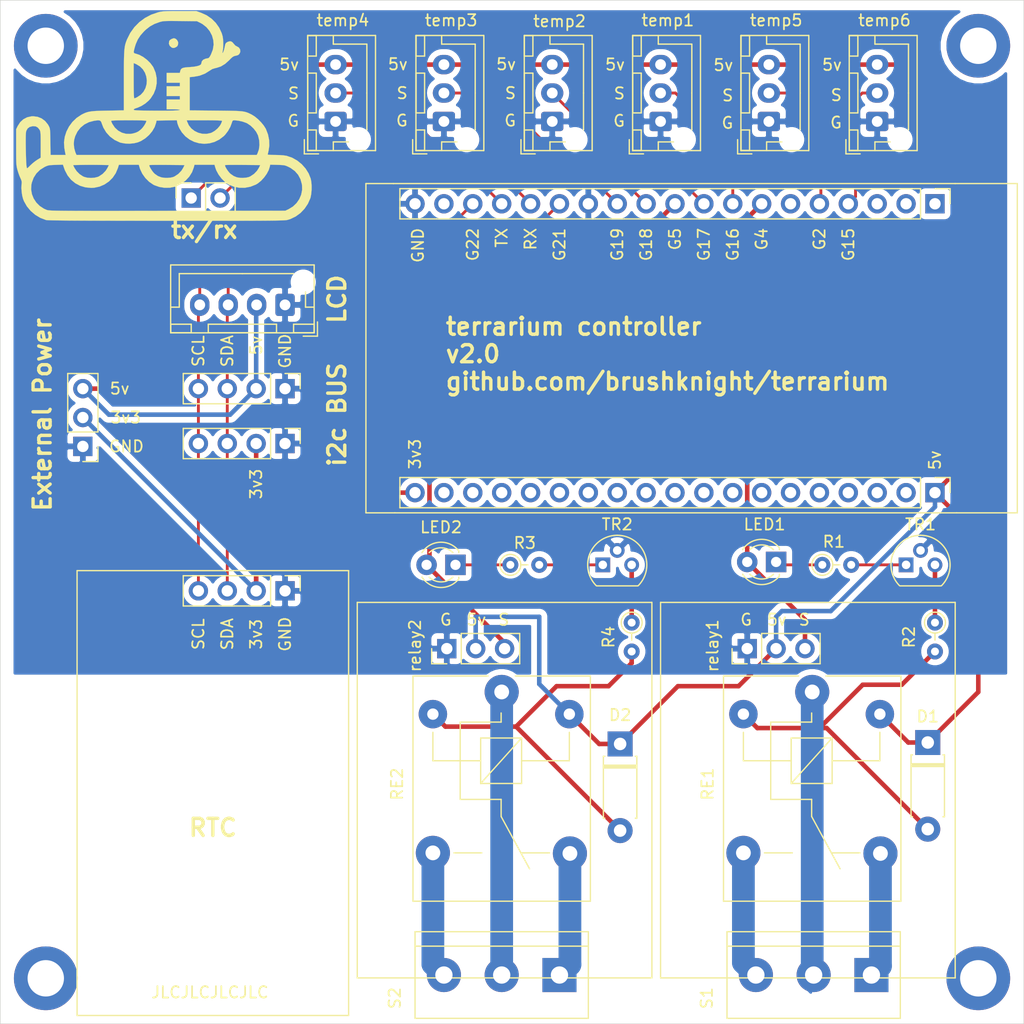
<source format=kicad_pcb>
(kicad_pcb (version 20171130) (host pcbnew 5.1.10-88a1d61d58~90~ubuntu21.04.1)
  (layers (0 F.Cu signal) (31 B.Cu signal) (34 B.Paste user) (35 F.Paste user) (36 B.SilkS user) (37 F.SilkS user) (38 B.Mask user) (39 F.Mask user) (44 Edge.Cuts user))
  (net 0 "")
  (net 1 GND)
  (net 2 "Net-(esp32-left1-Pad18)")
  (net 3 SCL)
  (net 4 SDA)
  (net 5 G19)
  (net 6 G18)
  (net 7 G5)
  (net 8 G17)
  (net 9 G16)
  (net 10 G4)
  (net 11 "Net-(esp32-left1-Pad6)")
  (net 12 "Net-(esp32-left1-Pad3)")
  (net 13 "Net-(esp32-left1-Pad2)")
  (net 14 "Net-(esp32-left1-Pad1)")
  (net 15 "Net-(esp32-right1-Pad18)")
  (net 16 "Net-(esp32-right1-Pad17)")
  (net 17 "Net-(esp32-right1-Pad16)")
  (net 18 "Net-(esp32-right1-Pad15)")
  (net 19 "Net-(esp32-right1-Pad14)")
  (net 20 "Net-(esp32-right1-Pad13)")
  (net 21 "Net-(esp32-right1-Pad12)")
  (net 22 "Net-(esp32-right1-Pad11)")
  (net 23 "Net-(esp32-right1-Pad10)")
  (net 24 "Net-(esp32-right1-Pad9)")
  (net 25 "Net-(esp32-right1-Pad8)")
  (net 26 "Net-(esp32-right1-Pad7)")
  (net 27 "Net-(esp32-right1-Pad6)")
  (net 28 "Net-(esp32-right1-Pad5)")
  (net 29 "Net-(esp32-right1-Pad4)")
  (net 30 "Net-(esp32-right1-Pad3)")
  (net 31 "Net-(esp32-right1-Pad2)")
  (net 32 TX)
  (net 33 RX)
  (net 34 +3V3)
  (net 35 +5V)
  (net 36 "Net-(D1-Pad2)")
  (net 37 "Net-(D2-Pad2)")
  (net 38 G2)
  (net 39 G15)
  (net 40 "Net-(RE1-Pad1)")
  (net 41 "Net-(RE1-Pad4)")
  (net 42 "Net-(RE1-Pad3)")
  (net 43 "Net-(RE2-Pad1)")
  (net 44 "Net-(RE2-Pad4)")
  (net 45 "Net-(RE2-Pad3)")
  (net 46 "Net-(LED1-Pad1)")
  (net 47 "Net-(LED2-Pad1)")
  (net 48 "Net-(R1-Pad2)")
  (net 49 "Net-(R3-Pad2)")
  (net 50 "Net-(R2-Pad1)")
  (net 51 "Net-(R4-Pad1)")
  (module MountingHole:MountingHole_3.2mm_M3_DIN965_Pad (layer F.Cu) (at 127 109)
    (fp_text reference H4 hide)
    (fp_text value MountingHole hide)
    (pad 1 thru_hole circle (at 0 0) (size 5.6 5.6) (drill 3.2) (layers *.Cu *.Mask))
  )
  (module MountingHole:MountingHole_3.2mm_M3_DIN965_Pad (layer F.Cu) (at 45 27)
    (fp_text reference H2 hide)
    (fp_text value MountingHole hide)
    (pad 1 thru_hole circle (at 0 0) (size 5.6 5.6) (drill 3.2) (layers *.Cu *.Mask))
  )
  (module MountingHole:MountingHole_3.2mm_M3_DIN965_Pad (layer F.Cu) (at 45 109)
    (fp_text reference H3 hide)
    (fp_text value MountingHole hide)
    (pad 1 thru_hole circle (at 0 0) (size 5.6 5.6) (drill 3.2) (layers *.Cu *.Mask))
  )
  (module MountingHole:MountingHole_3.2mm_M3_DIN965_Pad (layer F.Cu) (at 127 27)
    (fp_text reference H1 hide)
    (fp_text value MountingHole hide)
    (pad 1 thru_hole circle (at 0 0) (size 5.6 5.6) (drill 3.2) (layers *.Cu *.Mask))
  )
  (module Relay_THT:Relay_SPDT_SANYOU_SRD_Series_Form_C (layer F.Cu) (at 112.395 83.82 270)
    (fp_text reference RE1 (at 8.1 9.2 90) (layer F.SilkS))
    (fp_text value SANYOU_SRD_Form_C hide)
    (pad 1 thru_hole circle (at 0 0) (size 3 3) (drill 1.3) (layers *.Cu *.Mask) (net 40 "Net-(RE1-Pad1)"))
    (pad 5 thru_hole circle (at 1.95 -5.95) (size 2.5 2.5) (drill 1) (layers *.Cu *.Mask) (net 35 +5V))
    (pad 4 thru_hole circle (at 14.2 -6) (size 3 3) (drill 1.3) (layers *.Cu *.Mask) (net 41 "Net-(RE1-Pad4)"))
    (pad 3 thru_hole circle (at 14.15 6.05) (size 3 3) (drill 1.3) (layers *.Cu *.Mask) (net 42 "Net-(RE1-Pad3)"))
    (pad 2 thru_hole circle (at 1.95 6.05) (size 2.5 2.5) (drill 1) (layers *.Cu *.Mask) (net 36 "Net-(D1-Pad2)"))
  )
  (module Package_TO_SOT_THT:TO-92 (layer F.Cu) (at 93.98 72.644)
    (fp_text reference TR2 (at 1.27 -3.56) (layer F.SilkS))
    (fp_text value MMBT3904 hide)
    (pad 1 thru_hole rect (at 0 0) (size 1.3 1.3) (drill 0.75) (layers *.Cu *.Mask) (net 49 "Net-(R3-Pad2)"))
    (pad 3 thru_hole circle (at 2.54 0) (size 1.3 1.3) (drill 0.75) (layers *.Cu *.Mask) (net 51 "Net-(R4-Pad1)"))
    (pad 2 thru_hole circle (at 1.27 -1.27) (size 1.3 1.3) (drill 0.75) (layers *.Cu *.Mask) (net 1 GND))
  )
  (module Package_TO_SOT_THT:TO-92 (layer F.Cu) (at 120.65 72.644)
    (fp_text reference TR1 (at 1.27 -3.556) (layer F.SilkS))
    (fp_text value MMBT3904 hide)
    (pad 1 thru_hole rect (at 0 0) (size 1.3 1.3) (drill 0.75) (layers *.Cu *.Mask) (net 48 "Net-(R1-Pad2)"))
    (pad 3 thru_hole circle (at 2.54 0) (size 1.3 1.3) (drill 0.75) (layers *.Cu *.Mask) (net 50 "Net-(R2-Pad1)"))
    (pad 2 thru_hole circle (at 1.27 -1.27) (size 1.3 1.3) (drill 0.75) (layers *.Cu *.Mask) (net 1 GND))
  )
  (module TerminalBlock:TerminalBlock_bornier-3_P5.08mm (layer F.Cu) (at 90.17 108.712 180)
    (fp_text reference S2 (at 14.478 -2.032 90) (layer F.SilkS))
    (fp_text value Screw_Terminal_01x03 hide)
    (pad 3 thru_hole circle (at 10.16 0 180) (size 3 3) (drill 1.52) (layers *.Cu *.Mask) (net 45 "Net-(RE2-Pad3)"))
    (pad 2 thru_hole circle (at 5.08 0 180) (size 3 3) (drill 1.52) (layers *.Cu *.Mask) (net 43 "Net-(RE2-Pad1)"))
    (pad 1 thru_hole rect (at 0 0 180) (size 3 3) (drill 1.52) (layers *.Cu *.Mask) (net 44 "Net-(RE2-Pad4)"))
  )
  (module TerminalBlock:TerminalBlock_bornier-3_P5.08mm (layer F.Cu) (at 117.602 108.712 180)
    (fp_text reference S1 (at 14.478 -2.032 90) (layer F.SilkS))
    (fp_text value Screw_Terminal_01x03 hide)
    (pad 3 thru_hole circle (at 10.16 0 180) (size 3 3) (drill 1.52) (layers *.Cu *.Mask) (net 42 "Net-(RE1-Pad3)"))
    (pad 2 thru_hole circle (at 5.08 0 180) (size 3 3) (drill 1.52) (layers *.Cu *.Mask) (net 40 "Net-(RE1-Pad1)"))
    (pad 1 thru_hole rect (at 0 0 180) (size 3 3) (drill 1.52) (layers *.Cu *.Mask) (net 41 "Net-(RE1-Pad4)"))
  )
  (module Relay_THT:Relay_SPDT_SANYOU_SRD_Series_Form_C (layer F.Cu) (at 85.09 83.82 270)
    (fp_text reference RE2 (at 8.1 9.2 90) (layer F.SilkS))
    (fp_text value SANYOU_SRD_Form_C hide)
    (pad 1 thru_hole circle (at 0 0) (size 3 3) (drill 1.3) (layers *.Cu *.Mask) (net 43 "Net-(RE2-Pad1)"))
    (pad 5 thru_hole circle (at 1.95 -5.95) (size 2.5 2.5) (drill 1) (layers *.Cu *.Mask) (net 35 +5V))
    (pad 4 thru_hole circle (at 14.2 -6) (size 3 3) (drill 1.3) (layers *.Cu *.Mask) (net 44 "Net-(RE2-Pad4)"))
    (pad 3 thru_hole circle (at 14.15 6.05) (size 3 3) (drill 1.3) (layers *.Cu *.Mask) (net 45 "Net-(RE2-Pad3)"))
    (pad 2 thru_hole circle (at 1.95 6.05) (size 2.5 2.5) (drill 1) (layers *.Cu *.Mask) (net 37 "Net-(D2-Pad2)"))
  )
  (module Resistor_THT:R_Axial_DIN0204_L3.6mm_D1.6mm_P2.54mm_Vertical (layer F.Cu) (at 96.52 77.724 270)
    (fp_text reference R4 (at 1.27 2.032 90) (layer F.SilkS))
    (fp_text value R_Small hide)
    (pad 2 thru_hole oval (at 2.54 0 270) (size 1.4 1.4) (drill 0.7) (layers *.Cu *.Mask) (net 37 "Net-(D2-Pad2)"))
    (pad 1 thru_hole circle (at 0 0 270) (size 1.4 1.4) (drill 0.7) (layers *.Cu *.Mask) (net 51 "Net-(R4-Pad1)"))
  )
  (module Resistor_THT:R_Axial_DIN0204_L3.6mm_D1.6mm_P2.54mm_Vertical (layer F.Cu) (at 85.852 72.644)
    (fp_text reference R3 (at 1.27 -1.92) (layer F.SilkS))
    (fp_text value R_Small hide)
    (pad 2 thru_hole oval (at 2.54 0) (size 1.4 1.4) (drill 0.7) (layers *.Cu *.Mask) (net 49 "Net-(R3-Pad2)"))
    (pad 1 thru_hole circle (at 0 0) (size 1.4 1.4) (drill 0.7) (layers *.Cu *.Mask) (net 47 "Net-(LED2-Pad1)"))
  )
  (module Resistor_THT:R_Axial_DIN0204_L3.6mm_D1.6mm_P2.54mm_Vertical (layer F.Cu) (at 123.19 77.724 270)
    (fp_text reference R2 (at 1.27 2.286 90) (layer F.SilkS))
    (fp_text value R_Small hide)
    (pad 2 thru_hole oval (at 2.54 0 270) (size 1.4 1.4) (drill 0.7) (layers *.Cu *.Mask) (net 36 "Net-(D1-Pad2)"))
    (pad 1 thru_hole circle (at 0 0 270) (size 1.4 1.4) (drill 0.7) (layers *.Cu *.Mask) (net 50 "Net-(R2-Pad1)"))
  )
  (module Resistor_THT:R_Axial_DIN0204_L3.6mm_D1.6mm_P2.54mm_Vertical (layer F.Cu) (at 113.284 72.644)
    (fp_text reference R1 (at 1.016 -2.032) (layer F.SilkS))
    (fp_text value R_Small hide)
    (pad 2 thru_hole oval (at 2.54 0) (size 1.4 1.4) (drill 0.7) (layers *.Cu *.Mask) (net 48 "Net-(R1-Pad2)"))
    (pad 1 thru_hole circle (at 0 0) (size 1.4 1.4) (drill 0.7) (layers *.Cu *.Mask) (net 46 "Net-(LED1-Pad1)"))
  )
  (module LED_THT:LED_D3.0mm_Clear (layer F.Cu) (at 81.026 72.644 180)
    (fp_text reference LED2 (at 1.27 3.302) (layer F.SilkS))
    (fp_text value ACTIVE hide)
    (pad 2 thru_hole circle (at 2.54 0 180) (size 1.8 1.8) (drill 0.9) (layers *.Cu *.Mask) (net 7 G5))
    (pad 1 thru_hole rect (at 0 0 180) (size 1.8 1.8) (drill 0.9) (layers *.Cu *.Mask) (net 47 "Net-(LED2-Pad1)"))
  )
  (module LED_THT:LED_D3.0mm_Clear (layer F.Cu) (at 109.22 72.39 180)
    (fp_text reference LED1 (at 1.016 3.302) (layer F.SilkS))
    (fp_text value ACTIVE hide)
    (pad 2 thru_hole circle (at 2.54 0 180) (size 1.8 1.8) (drill 0.9) (layers *.Cu *.Mask) (net 10 G4))
    (pad 1 thru_hole rect (at 0 0 180) (size 1.8 1.8) (drill 0.9) (layers *.Cu *.Mask) (net 46 "Net-(LED1-Pad1)"))
  )
  (module Diode_THT:D_DO-41_SOD81_P7.62mm_Horizontal (layer F.Cu) (at 95.504 88.392 270)
    (fp_text reference D2 (at -2.54 0 180) (layer F.SilkS))
    (fp_text value 1N47xxA hide)
    (pad 2 thru_hole oval (at 7.62 0 270) (size 2.2 2.2) (drill 1.1) (layers *.Cu *.Mask) (net 37 "Net-(D2-Pad2)"))
    (pad 1 thru_hole rect (at 0 0 270) (size 2.2 2.2) (drill 1.1) (layers *.Cu *.Mask) (net 35 +5V))
  )
  (module Diode_THT:D_DO-41_SOD81_P7.62mm_Horizontal (layer F.Cu) (at 122.555 88.265 270)
    (fp_text reference D1 (at -2.286 0 180) (layer F.SilkS))
    (fp_text value 1N47xxA hide)
    (pad 2 thru_hole oval (at 7.62 0 270) (size 2.2 2.2) (drill 1.1) (layers *.Cu *.Mask) (net 36 "Net-(D1-Pad2)"))
    (pad 1 thru_hole rect (at 0 0 270) (size 2.2 2.2) (drill 1.1) (layers *.Cu *.Mask) (net 35 +5V))
  )
  (module Connector_JST:JST_XH_B4B-XH-AM_1x04_P2.50mm_Vertical (layer F.Cu) (at 66.04 49.784 180)
    (fp_text reference i2c2 hide)
    (fp_text value LCD hide)
    (pad "" np_thru_hole circle (at -1.6 2 180) (size 1.2 1.2) (drill 1.2) (layers *.Cu *.Mask))
    (pad 4 thru_hole oval (at 7.5 0 180) (size 1.7 1.95) (drill 0.95) (layers *.Cu *.Mask) (net 3 SCL))
    (pad 3 thru_hole oval (at 5 0 180) (size 1.7 1.95) (drill 0.95) (layers *.Cu *.Mask) (net 4 SDA))
    (pad 2 thru_hole oval (at 2.5 0 180) (size 1.7 1.95) (drill 0.95) (layers *.Cu *.Mask) (net 35 +5V))
    (pad 1 thru_hole roundrect (at 0 0 180) (size 1.7 1.95) (drill 0.95) (layers *.Cu *.Mask) (roundrect_rratio 0.147059) (net 1 GND))
  )
  (module Connector_PinHeader_2.54mm:PinHeader_1x03_P2.54mm_Vertical (layer F.Cu) (at 80.264 80.01 90)
    (fp_text reference relay2 (at 0.254 -2.794 270) (layer F.SilkS))
    (fp_text value 2 hide)
    (pad 3 thru_hole oval (at 0 5.08 90) (size 1.7 1.7) (drill 1) (layers *.Cu *.Mask) (net 7 G5))
    (pad 2 thru_hole oval (at 0 2.54 90) (size 1.7 1.7) (drill 1) (layers *.Cu *.Mask) (net 35 +5V))
    (pad 1 thru_hole rect (at 0 0 90) (size 1.7 1.7) (drill 1) (layers *.Cu *.Mask) (net 1 GND))
  )
  (module Connector_JST:JST_XH_B3B-XH-AM_1x03_P2.50mm_Vertical (layer F.Cu) (at 118.11 33.655 90)
    (fp_text reference temp6 (at 8.89 0.635 180) (layer F.SilkS))
    (fp_text value 4)
    (pad "" np_thru_hole circle (at -1.6 2 90) (size 1.2 1.2) (drill 1.2) (layers *.Cu *.Mask))
    (pad 3 thru_hole oval (at 5 0 90) (size 1.7 1.95) (drill 0.95) (layers *.Cu *.Mask) (net 35 +5V))
    (pad 2 thru_hole oval (at 2.5 0 90) (size 1.7 1.95) (drill 0.95) (layers *.Cu *.Mask) (net 39 G15))
    (pad 1 thru_hole roundrect (at 0 0 90) (size 1.7 1.95) (drill 0.95) (layers *.Cu *.Mask) (roundrect_rratio 0.147059) (net 1 GND))
  )
  (module Connector_JST:JST_XH_B3B-XH-AM_1x03_P2.50mm_Vertical (layer F.Cu) (at 108.585 33.655 90)
    (fp_text reference temp5 (at 8.89 0.635 180) (layer F.SilkS))
    (fp_text value 4)
    (pad "" np_thru_hole circle (at -1.6 2 90) (size 1.2 1.2) (drill 1.2) (layers *.Cu *.Mask))
    (pad 3 thru_hole oval (at 5 0 90) (size 1.7 1.95) (drill 0.95) (layers *.Cu *.Mask) (net 35 +5V))
    (pad 2 thru_hole oval (at 2.5 0 90) (size 1.7 1.95) (drill 0.95) (layers *.Cu *.Mask) (net 38 G2))
    (pad 1 thru_hole roundrect (at 0 0 90) (size 1.7 1.95) (drill 0.95) (layers *.Cu *.Mask) (roundrect_rratio 0.147059) (net 1 GND))
  )
  (module Connector_JST:JST_XH_B3B-XH-AM_1x03_P2.50mm_Vertical (layer F.Cu) (at 70.485 33.655 90)
    (fp_text reference temp4 (at 8.89 0.635 180) (layer F.SilkS))
    (fp_text value 4)
    (pad "" np_thru_hole circle (at -1.6 2 90) (size 1.2 1.2) (drill 1.2) (layers *.Cu *.Mask))
    (pad 3 thru_hole oval (at 5 0 90) (size 1.7 1.95) (drill 0.95) (layers *.Cu *.Mask) (net 35 +5V))
    (pad 2 thru_hole oval (at 2.5 0 90) (size 1.7 1.95) (drill 0.95) (layers *.Cu *.Mask) (net 5 G19))
    (pad 1 thru_hole roundrect (at 0 0 90) (size 1.7 1.95) (drill 0.95) (layers *.Cu *.Mask) (roundrect_rratio 0.147059) (net 1 GND))
  )
  (module Connector_JST:JST_XH_B3B-XH-AM_1x03_P2.50mm_Vertical (layer F.Cu) (at 80.01 33.655 90)
    (fp_text reference temp3 (at 8.89 0.635 180) (layer F.SilkS))
    (fp_text value 3)
    (pad "" np_thru_hole circle (at -1.6 2 90) (size 1.2 1.2) (drill 1.2) (layers *.Cu *.Mask))
    (pad 3 thru_hole oval (at 5 0 90) (size 1.7 1.95) (drill 0.95) (layers *.Cu *.Mask) (net 35 +5V))
    (pad 2 thru_hole oval (at 2.5 0 90) (size 1.7 1.95) (drill 0.95) (layers *.Cu *.Mask) (net 6 G18))
    (pad 1 thru_hole roundrect (at 0 0 90) (size 1.7 1.95) (drill 0.95) (layers *.Cu *.Mask) (roundrect_rratio 0.147059) (net 1 GND))
  )
  (module Connector_JST:JST_XH_B3B-XH-AM_1x03_P2.50mm_Vertical (layer F.Cu) (at 89.535 33.655 90)
    (fp_text reference temp2 (at 8.81 0.635 180) (layer F.SilkS))
    (fp_text value 2)
    (pad "" np_thru_hole circle (at -1.6 2 90) (size 1.2 1.2) (drill 1.2) (layers *.Cu *.Mask))
    (pad 3 thru_hole oval (at 5 0 90) (size 1.7 1.95) (drill 0.95) (layers *.Cu *.Mask) (net 35 +5V))
    (pad 2 thru_hole oval (at 2.5 0 90) (size 1.7 1.95) (drill 0.95) (layers *.Cu *.Mask) (net 8 G17))
    (pad 1 thru_hole roundrect (at 0 0 90) (size 1.7 1.95) (drill 0.95) (layers *.Cu *.Mask) (roundrect_rratio 0.147059) (net 1 GND))
  )
  (module Connector_JST:JST_XH_B3B-XH-AM_1x03_P2.50mm_Vertical (layer F.Cu) (at 99.06 33.655 90)
    (fp_text reference temp1 (at 8.89 0.635 180) (layer F.SilkS))
    (fp_text value 1)
    (pad "" np_thru_hole circle (at -1.6 2 90) (size 1.2 1.2) (drill 1.2) (layers *.Cu *.Mask))
    (pad 3 thru_hole oval (at 5 0 90) (size 1.7 1.95) (drill 0.95) (layers *.Cu *.Mask) (net 35 +5V))
    (pad 2 thru_hole oval (at 2.5 0 90) (size 1.7 1.95) (drill 0.95) (layers *.Cu *.Mask) (net 9 G16))
    (pad 1 thru_hole roundrect (at 0 0 90) (size 1.7 1.95) (drill 0.95) (layers *.Cu *.Mask) (roundrect_rratio 0.147059) (net 1 GND))
  )
  (module Connector_PinHeader_2.54mm:PinHeader_1x19_P2.54mm_Vertical (layer F.Cu) (at 123.19 40.894 270)
    (fp_text reference esp32-left1 hide)
    (fp_text value Conn_01x19_MountingPin hide)
    (pad 19 thru_hole oval (at 0 45.72 270) (size 1.7 1.7) (drill 1) (layers *.Cu *.Mask) (net 1 GND))
    (pad 18 thru_hole oval (at 0 43.18 270) (size 1.7 1.7) (drill 1) (layers *.Cu *.Mask) (net 2 "Net-(esp32-left1-Pad18)"))
    (pad 17 thru_hole oval (at 0 40.64 270) (size 1.7 1.7) (drill 1) (layers *.Cu *.Mask) (net 3 SCL))
    (pad 16 thru_hole oval (at 0 38.1 270) (size 1.7 1.7) (drill 1) (layers *.Cu *.Mask) (net 32 TX))
    (pad 15 thru_hole oval (at 0 35.56 270) (size 1.7 1.7) (drill 1) (layers *.Cu *.Mask) (net 33 RX))
    (pad 14 thru_hole oval (at 0 33.02 270) (size 1.7 1.7) (drill 1) (layers *.Cu *.Mask) (net 4 SDA))
    (pad 13 thru_hole oval (at 0 30.48 270) (size 1.7 1.7) (drill 1) (layers *.Cu *.Mask) (net 1 GND))
    (pad 12 thru_hole oval (at 0 27.94 270) (size 1.7 1.7) (drill 1) (layers *.Cu *.Mask) (net 5 G19))
    (pad 11 thru_hole oval (at 0 25.4 270) (size 1.7 1.7) (drill 1) (layers *.Cu *.Mask) (net 6 G18))
    (pad 10 thru_hole oval (at 0 22.86 270) (size 1.7 1.7) (drill 1) (layers *.Cu *.Mask) (net 7 G5))
    (pad 9 thru_hole oval (at 0 20.32 270) (size 1.7 1.7) (drill 1) (layers *.Cu *.Mask) (net 8 G17))
    (pad 8 thru_hole oval (at 0 17.78 270) (size 1.7 1.7) (drill 1) (layers *.Cu *.Mask) (net 9 G16))
    (pad 7 thru_hole oval (at 0 15.24 270) (size 1.7 1.7) (drill 1) (layers *.Cu *.Mask) (net 10 G4))
    (pad 6 thru_hole oval (at 0 12.7 270) (size 1.7 1.7) (drill 1) (layers *.Cu *.Mask) (net 11 "Net-(esp32-left1-Pad6)"))
    (pad 5 thru_hole oval (at 0 10.16 270) (size 1.7 1.7) (drill 1) (layers *.Cu *.Mask) (net 38 G2))
    (pad 4 thru_hole oval (at 0 7.62 270) (size 1.7 1.7) (drill 1) (layers *.Cu *.Mask) (net 39 G15))
    (pad 3 thru_hole oval (at 0 5.08 270) (size 1.7 1.7) (drill 1) (layers *.Cu *.Mask) (net 12 "Net-(esp32-left1-Pad3)"))
    (pad 2 thru_hole oval (at 0 2.54 270) (size 1.7 1.7) (drill 1) (layers *.Cu *.Mask) (net 13 "Net-(esp32-left1-Pad2)"))
    (pad 1 thru_hole rect (at 0 0 270) (size 1.7 1.7) (drill 1) (layers *.Cu *.Mask) (net 14 "Net-(esp32-left1-Pad1)"))
  )
  (module Connector_PinHeader_2.54mm:PinHeader_1x03_P2.54mm_Vertical (layer F.Cu) (at 106.68 80.01 90)
    (fp_text reference relay1 (at 0.254 -3.048 270) (layer F.SilkS))
    (fp_text value 1 hide)
    (pad 1 thru_hole rect (at 0 0 90) (size 1.7 1.7) (drill 1) (layers *.Cu *.Mask) (net 1 GND))
    (pad 2 thru_hole oval (at 0 2.54 90) (size 1.7 1.7) (drill 1) (layers *.Cu *.Mask) (net 35 +5V))
    (pad 3 thru_hole oval (at 0 5.08 90) (size 1.7 1.7) (drill 1) (layers *.Cu *.Mask) (net 10 G4))
  )
  (module logo_fp:snake_logo (layer F.Cu) (at 55.372 33.147)
    (fp_text reference G*** hide)
    (fp_text value LOGO hide)
  )
  (module Connector_PinHeader_2.54mm:PinHeader_1x04_P2.54mm_Vertical (layer F.Cu) (at 66.04 61.976 270)
    (fp_text reference i2c4 hide)
    (fp_text value Extra_3v3 hide)
    (pad 4 thru_hole oval (at 0 7.62 270) (size 1.7 1.7) (drill 1) (layers *.Cu *.Mask) (net 3 SCL))
    (pad 3 thru_hole oval (at 0 5.08 270) (size 1.7 1.7) (drill 1) (layers *.Cu *.Mask) (net 4 SDA))
    (pad 2 thru_hole oval (at 0 2.54 270) (size 1.7 1.7) (drill 1) (layers *.Cu *.Mask) (net 34 +3V3))
    (pad 1 thru_hole rect (at 0 0 270) (size 1.7 1.7) (drill 1) (layers *.Cu *.Mask) (net 1 GND))
  )
  (module Connector_PinSocket_2.54mm:PinSocket_1x02_P2.54mm_Vertical (layer F.Cu) (at 57.785 40.386 90)
    (fp_text reference rxtx1 hide)
    (fp_text value Conn_01x02 hide)
    (pad 2 thru_hole oval (at 0 2.54 90) (size 1.7 1.7) (drill 1) (layers *.Cu *.Mask) (net 32 TX))
    (pad 1 thru_hole rect (at 0 0 90) (size 1.7 1.7) (drill 1) (layers *.Cu *.Mask) (net 33 RX))
  )
  (module Connector_PinHeader_2.54mm:PinHeader_1x04_P2.54mm_Vertical (layer F.Cu) (at 66.04 57.15 270)
    (fp_text reference i2c3 hide)
    (fp_text value Extra_5v hide)
    (pad 4 thru_hole oval (at 0 7.62 270) (size 1.7 1.7) (drill 1) (layers *.Cu *.Mask) (net 3 SCL))
    (pad 3 thru_hole oval (at 0 5.08 270) (size 1.7 1.7) (drill 1) (layers *.Cu *.Mask) (net 4 SDA))
    (pad 2 thru_hole oval (at 0 2.54 270) (size 1.7 1.7) (drill 1) (layers *.Cu *.Mask) (net 35 +5V))
    (pad 1 thru_hole rect (at 0 0 270) (size 1.7 1.7) (drill 1) (layers *.Cu *.Mask) (net 1 GND))
  )
  (module Connector_PinHeader_2.54mm:PinHeader_1x03_P2.54mm_Vertical (layer F.Cu) (at 48.26 62.23 180)
    (fp_text reference ExternalPower1 hide)
    (fp_text value Conn_01x03 hide)
    (pad 3 thru_hole oval (at 0 5.08 180) (size 1.7 1.7) (drill 1) (layers *.Cu *.Mask) (net 35 +5V))
    (pad 2 thru_hole oval (at 0 2.54 180) (size 1.7 1.7) (drill 1) (layers *.Cu *.Mask) (net 34 +3V3))
    (pad 1 thru_hole rect (at 0 0 180) (size 1.7 1.7) (drill 1) (layers *.Cu *.Mask) (net 1 GND))
  )
  (module Connector_PinHeader_2.54mm:PinHeader_1x04_P2.54mm_Vertical (layer F.Cu) (at 66.04 74.93 270)
    (fp_text reference i2c1 hide)
    (fp_text value RTC hide)
    (pad 4 thru_hole oval (at 0 7.62 270) (size 1.7 1.7) (drill 1) (layers *.Cu *.Mask) (net 3 SCL))
    (pad 3 thru_hole oval (at 0 5.08 270) (size 1.7 1.7) (drill 1) (layers *.Cu *.Mask) (net 4 SDA))
    (pad 2 thru_hole oval (at 0 2.54 270) (size 1.7 1.7) (drill 1) (layers *.Cu *.Mask) (net 34 +3V3))
    (pad 1 thru_hole rect (at 0 0 270) (size 1.7 1.7) (drill 1) (layers *.Cu *.Mask) (net 1 GND))
  )
  (module Connector_PinHeader_2.54mm:PinHeader_1x19_P2.54mm_Vertical (layer F.Cu) (at 123.19 66.294 270)
    (fp_text reference esp32-right1 hide)
    (fp_text value Conn_01x19_MountingPin hide)
    (pad 19 thru_hole oval (at 0 45.72 270) (size 1.7 1.7) (drill 1) (layers *.Cu *.Mask) (net 34 +3V3))
    (pad 18 thru_hole oval (at 0 43.18 270) (size 1.7 1.7) (drill 1) (layers *.Cu *.Mask) (net 15 "Net-(esp32-right1-Pad18)"))
    (pad 17 thru_hole oval (at 0 40.64 270) (size 1.7 1.7) (drill 1) (layers *.Cu *.Mask) (net 16 "Net-(esp32-right1-Pad17)"))
    (pad 16 thru_hole oval (at 0 38.1 270) (size 1.7 1.7) (drill 1) (layers *.Cu *.Mask) (net 17 "Net-(esp32-right1-Pad16)"))
    (pad 15 thru_hole oval (at 0 35.56 270) (size 1.7 1.7) (drill 1) (layers *.Cu *.Mask) (net 18 "Net-(esp32-right1-Pad15)"))
    (pad 14 thru_hole oval (at 0 33.02 270) (size 1.7 1.7) (drill 1) (layers *.Cu *.Mask) (net 19 "Net-(esp32-right1-Pad14)"))
    (pad 13 thru_hole oval (at 0 30.48 270) (size 1.7 1.7) (drill 1) (layers *.Cu *.Mask) (net 20 "Net-(esp32-right1-Pad13)"))
    (pad 12 thru_hole oval (at 0 27.94 270) (size 1.7 1.7) (drill 1) (layers *.Cu *.Mask) (net 21 "Net-(esp32-right1-Pad12)"))
    (pad 11 thru_hole oval (at 0 25.4 270) (size 1.7 1.7) (drill 1) (layers *.Cu *.Mask) (net 22 "Net-(esp32-right1-Pad11)"))
    (pad 10 thru_hole oval (at 0 22.86 270) (size 1.7 1.7) (drill 1) (layers *.Cu *.Mask) (net 23 "Net-(esp32-right1-Pad10)"))
    (pad 9 thru_hole oval (at 0 20.32 270) (size 1.7 1.7) (drill 1) (layers *.Cu *.Mask) (net 24 "Net-(esp32-right1-Pad9)"))
    (pad 8 thru_hole oval (at 0 17.78 270) (size 1.7 1.7) (drill 1) (layers *.Cu *.Mask) (net 25 "Net-(esp32-right1-Pad8)"))
    (pad 7 thru_hole oval (at 0 15.24 270) (size 1.7 1.7) (drill 1) (layers *.Cu *.Mask) (net 26 "Net-(esp32-right1-Pad7)"))
    (pad 6 thru_hole oval (at 0 12.7 270) (size 1.7 1.7) (drill 1) (layers *.Cu *.Mask) (net 27 "Net-(esp32-right1-Pad6)"))
    (pad 5 thru_hole oval (at 0 10.16 270) (size 1.7 1.7) (drill 1) (layers *.Cu *.Mask) (net 28 "Net-(esp32-right1-Pad5)"))
    (pad 4 thru_hole oval (at 0 7.62 270) (size 1.7 1.7) (drill 1) (layers *.Cu *.Mask) (net 29 "Net-(esp32-right1-Pad4)"))
    (pad 3 thru_hole oval (at 0 5.08 270) (size 1.7 1.7) (drill 1) (layers *.Cu *.Mask) (net 30 "Net-(esp32-right1-Pad3)"))
    (pad 2 thru_hole oval (at 0 2.54 270) (size 1.7 1.7) (drill 1) (layers *.Cu *.Mask) (net 31 "Net-(esp32-right1-Pad2)"))
    (pad 1 thru_hole rect (at 0 0 270) (size 1.7 1.7) (drill 1) (layers *.Cu *.Mask) (net 35 +5V))
  )
  (gr_line (start 130.429 39.116) (end 124.968 39.116) (layer F.SilkS) (width 0.12))
  (gr_line (start 130.429 68.072) (end 125.095 68.072) (layer F.SilkS) (width 0.12))
  (gr_line (start 75.692 68.072) (end 73.152 68.072) (layer F.SilkS) (width 0.12))
  (gr_line (start 75.565 39.116) (end 73.152 39.116) (layer F.SilkS) (width 0.12))
  (gr_line (start 75.565 39.116) (end 124.968 39.116) (layer F.SilkS) (width 0.12))
  (gr_line (start 73.152 68.072) (end 73.152 39.116) (layer F.SilkS) (width 0.12))
  (gr_line (start 125.095 68.072) (end 75.692 68.072) (layer F.SilkS) (width 0.12))
  (gr_line (start 130.429 39.116) (end 130.429 68.072) (layer F.SilkS) (width 0.12))
  (gr_text G (at 67.3608 33.6042) (layer F.SilkS) (effects (font (size 1 1)) (justify right)))
  (gr_text 5v (at 67.3608 28.6512) (layer F.SilkS) (effects (font (size 1 1)) (justify right)))
  (gr_text S (at 67.3608 31.1912) (layer F.SilkS) (effects (font (size 1 1)) (justify right)))
  (gr_text G (at 76.9112 33.5788) (layer F.SilkS) (effects (font (size 1 1)) (justify right)))
  (gr_text 5v (at 76.9112 28.6258) (layer F.SilkS) (effects (font (size 1 1)) (justify right)))
  (gr_text S (at 76.9112 31.1658) (layer F.SilkS) (effects (font (size 1 1)) (justify right)))
  (gr_text G (at 86.4362 33.5788) (layer F.SilkS) (effects (font (size 1 1)) (justify right)))
  (gr_text 5v (at 86.4362 28.6258) (layer F.SilkS) (effects (font (size 1 1)) (justify right)))
  (gr_text S (at 86.4362 31.1658) (layer F.SilkS) (effects (font (size 1 1)) (justify right)))
  (gr_line (start 124.968 75.946) (end 99.06 75.946) (layer F.SilkS) (width 0.12))
  (gr_text G2 (at 113.03 42.926 90) (layer F.SilkS) (effects (font (size 1 1)) (justify right)))
  (gr_text G15 (at 115.57 42.926 90) (layer F.SilkS) (effects (font (size 1 1)) (justify right)))
  (gr_text G (at 80.772 77.47) (layer F.SilkS) (effects (font (size 1 1)) (justify right)))
  (gr_text 5v (at 83.82 77.47) (layer F.SilkS) (effects (font (size 1 1)) (justify right)))
  (gr_text S (at 85.852 77.47) (layer F.SilkS) (effects (font (size 1 1)) (justify right)))
  (gr_text "terrarium controller\nv2.0\ngithub.com/brushknight/terrarium" (at 80.01 54.102) (layer F.SilkS) (effects (font (size 1.5 1.5) (thickness 0.3)) (justify left)))
  (gr_text S (at 96.012 31.1912) (layer F.SilkS) (effects (font (size 1 1)) (justify right)))
  (gr_text 5v (at 115.0874 28.6766) (layer F.SilkS) (effects (font (size 1 1)) (justify right)))
  (gr_text S (at 115.0874 31.3436) (layer F.SilkS) (effects (font (size 1 1)) (justify right)))
  (gr_text 5v (at 105.537 28.702) (layer F.SilkS) (effects (font (size 1 1)) (justify right)))
  (gr_text S (at 105.537 31.369) (layer F.SilkS) (effects (font (size 1 1)) (justify right)))
  (gr_text 5v (at 96.012 28.6512) (layer F.SilkS) (effects (font (size 1 1)) (justify right)))
  (gr_text G (at 115.0874 33.7566) (layer F.SilkS) (effects (font (size 1 1)) (justify right)))
  (gr_text G (at 105.537 33.782) (layer F.SilkS) (effects (font (size 1 1)) (justify right)))
  (gr_text G (at 96.012 33.6042) (layer F.SilkS) (effects (font (size 1 1)) (justify right)))
  (gr_text JLCJLCJLCJLC (at 59.436 110.236) (layer F.SilkS) (effects (font (size 1 1))))
  (gr_line (start 131 23) (end 41 23) (layer Edge.Cuts) (width 0.05))
  (gr_line (start 131 113) (end 131 23) (layer Edge.Cuts) (width 0.05))
  (gr_line (start 41 113) (end 131 113) (layer Edge.Cuts) (width 0.05))
  (gr_line (start 41 23) (end 41 113) (layer Edge.Cuts) (width 0.05))
  (gr_text "External Power" (at 44.704 59.436 90) (layer F.SilkS) (effects (font (size 1.5 1.5) (thickness 0.3))))
  (gr_text 3v3 (at 63.5 65.532 90) (layer F.SilkS) (effects (font (size 1 1))))
  (gr_text G4 (at 107.95 42.926 90) (layer F.SilkS) (effects (font (size 1 1)) (justify right)))
  (gr_text G5 (at 100.33 42.926 90) (layer F.SilkS) (effects (font (size 1 1)) (justify right)))
  (gr_text RX (at 87.63 42.926 90) (layer F.SilkS) (effects (font (size 1 1)) (justify right)))
  (gr_text TX (at 85.09 42.926 90) (layer F.SilkS) (effects (font (size 1 1)) (justify right)))
  (gr_text tx/rx (at 58.928 43.18) (layer F.SilkS) (effects (font (size 1.5 1.5) (thickness 0.3))))
  (gr_text "i2c BUS" (at 70.612 59.436 90) (layer F.SilkS) (effects (font (size 1.5 1.5) (thickness 0.3))))
  (gr_line (start 72.39 75.946) (end 72.39 108.966) (layer F.SilkS) (width 0.12))
  (gr_line (start 72.39 108.966) (end 98.298 108.966) (layer F.SilkS) (width 0.12))
  (gr_line (start 98.298 108.966) (end 98.298 75.946) (layer F.SilkS) (width 0.12))
  (gr_line (start 98.298 75.946) (end 72.39 75.946) (layer F.SilkS) (width 0.12))
  (gr_text 3v3 (at 77.47 61.468 90) (layer F.SilkS) (effects (font (size 1 1)) (justify right)))
  (gr_text SDA (at 60.96 53.848 90) (layer F.SilkS) (effects (font (size 1 1))))
  (gr_text SCL (at 58.42 53.848 90) (layer F.SilkS) (effects (font (size 1 1))))
  (gr_text GND (at 66.04 53.848 90) (layer F.SilkS) (effects (font (size 1 1))))
  (gr_text 5v (at 63.5 53.34 90) (layer F.SilkS) (effects (font (size 1 1))))
  (gr_text G16 (at 105.41 42.926 90) (layer F.SilkS) (effects (font (size 1 1)) (justify right)))
  (gr_text G17 (at 102.87 42.926 90) (layer F.SilkS) (effects (font (size 1 1)) (justify right)))
  (gr_text G18 (at 97.79 42.926 90) (layer F.SilkS) (effects (font (size 1 1)) (justify right)))
  (gr_text G19 (at 95.25 42.926 90) (layer F.SilkS) (effects (font (size 1 1)) (justify right)))
  (gr_text G21 (at 90.17 42.926 90) (layer F.SilkS) (effects (font (size 1 1)) (justify right)))
  (gr_text G22 (at 82.55 42.926 90) (layer F.SilkS) (effects (font (size 1 1)) (justify right)))
  (gr_text GND (at 77.724 42.926 90) (layer F.SilkS) (effects (font (size 1 1)) (justify right)))
  (gr_text 5v (at 123.19 62.484 90) (layer F.SilkS) (effects (font (size 1 1)) (justify right)))
  (gr_text S (at 112.268 77.47) (layer F.SilkS) (effects (font (size 1 1)) (justify right)))
  (gr_text 5v (at 110.236 77.47) (layer F.SilkS) (effects (font (size 1 1)) (justify right)))
  (gr_text G (at 107.188 77.47) (layer F.SilkS) (effects (font (size 1 1)) (justify right)))
  (gr_text SDA (at 60.96 78.74 90) (layer F.SilkS) (effects (font (size 1 1))))
  (gr_text 3v3 (at 63.5 78.74 90) (layer F.SilkS) (effects (font (size 1 1))))
  (gr_text GND (at 66.04 78.74 90) (layer F.SilkS) (effects (font (size 1 1))))
  (gr_text SCL (at 58.42 78.74 90) (layer F.SilkS) (effects (font (size 1 1))))
  (gr_text "GND\n" (at 53.721 62.23) (layer F.SilkS) (effects (font (size 1 1)) (justify right)))
  (gr_text 3v3 (at 53.467 59.69) (layer F.SilkS) (effects (font (size 1 1)) (justify right)))
  (gr_text 5v (at 52.451 57.15) (layer F.SilkS) (effects (font (size 1 1)) (justify right)))
  (gr_text LCD (at 70.612 49.276 90) (layer F.SilkS) (effects (font (size 1.5 1.5) (thickness 0.3))))
  (gr_text RTC (at 59.69 95.758) (layer F.SilkS) (effects (font (size 1.5 1.5) (thickness 0.3))))
  (gr_line (start 71.628 73.152) (end 71.628 112.268) (layer F.SilkS) (width 0.12))
  (gr_line (start 47.752 73.152) (end 71.628 73.152) (layer F.SilkS) (width 0.12))
  (gr_line (start 47.752 112.268) (end 47.752 73.152) (layer F.SilkS) (width 0.12))
  (gr_line (start 71.628 112.268) (end 47.752 112.268) (layer F.SilkS) (width 0.12))
  (gr_line (start 124.968 108.966) (end 124.968 75.946) (layer F.SilkS) (width 0.12))
  (gr_line (start 99.06 108.966) (end 124.968 108.966) (layer F.SilkS) (width 0.12))
  (gr_line (start 99.06 75.946) (end 99.06 108.966) (layer F.SilkS) (width 0.12))
  (segment (start 58.42 49.53) (end 58.42 57.15) (width 0.25) (layer F.Cu) (net 3))
  (segment (start 58.42 61.976) (end 58.42 57.15) (width 0.25) (layer F.Cu) (net 3))
  (segment (start 58.42 61.976) (end 58.42 74.93) (width 0.25) (layer F.Cu) (net 3))
  (segment (start 58.54 47.124) (end 58.54 49.784) (width 0.25) (layer F.Cu) (net 3))
  (segment (start 60.452 45.212) (end 58.54 47.124) (width 0.25) (layer F.Cu) (net 3))
  (segment (start 62.738 45.212) (end 62.611 45.212) (width 0.25) (layer F.Cu) (net 3))
  (segment (start 62.611 45.212) (end 60.452 45.212) (width 0.25) (layer F.Cu) (net 3))
  (segment (start 78.232 45.212) (end 82.55 40.894) (width 0.25) (layer F.Cu) (net 3))
  (segment (start 62.611 45.212) (end 78.232 45.212) (width 0.25) (layer F.Cu) (net 3))
  (segment (start 60.96 74.187524) (end 60.588762 74.558762) (width 0.25) (layer F.Cu) (net 4))
  (segment (start 60.96 61.976) (end 60.96 57.15) (width 0.25) (layer F.Cu) (net 4))
  (segment (start 60.96 57.15) (end 60.96 49.53) (width 0.25) (layer F.Cu) (net 4))
  (segment (start 60.96 74.93) (end 60.96 61.976) (width 0.25) (layer F.Cu) (net 4))
  (segment (start 61.04 48.18) (end 62.865 46.355) (width 0.25) (layer F.Cu) (net 4))
  (segment (start 61.04 49.784) (end 61.04 48.18) (width 0.25) (layer F.Cu) (net 4))
  (segment (start 84.709 46.355) (end 90.17 40.894) (width 0.25) (layer F.Cu) (net 4))
  (segment (start 62.865 46.355) (end 84.709 46.355) (width 0.25) (layer F.Cu) (net 4))
  (segment (start 91.948 37.592) (end 95.25 40.894) (width 0.25) (layer F.Cu) (net 5))
  (segment (start 81.28 37.592) (end 91.948 37.592) (width 0.25) (layer F.Cu) (net 5))
  (segment (start 74.843 31.155) (end 81.28 37.592) (width 0.25) (layer F.Cu) (net 5))
  (segment (start 70.485 31.155) (end 74.843 31.155) (width 0.25) (layer F.Cu) (net 5))
  (segment (start 93.98 37.084) (end 94.869 37.973) (width 0.25) (layer F.Cu) (net 6))
  (segment (start 90.424 37.084) (end 93.98 37.084) (width 0.25) (layer F.Cu) (net 6))
  (segment (start 84.495 31.155) (end 90.424 37.084) (width 0.25) (layer F.Cu) (net 6))
  (segment (start 94.869 37.973) (end 97.79 40.894) (width 0.25) (layer F.Cu) (net 6))
  (segment (start 80.01 31.155) (end 84.495 31.155) (width 0.25) (layer F.Cu) (net 6))
  (segment (start 100.33 40.894) (end 78.74 62.484) (width 0.4) (layer F.Cu) (net 7))
  (segment (start 78.74 72.39) (end 78.486 72.644) (width 0.4) (layer F.Cu) (net 7))
  (segment (start 78.74 62.484) (end 78.74 72.39) (width 0.4) (layer F.Cu) (net 7))
  (segment (start 85.344 79.502) (end 85.344 80.01) (width 0.4) (layer F.Cu) (net 7))
  (segment (start 78.486 72.644) (end 85.344 79.502) (width 0.4) (layer F.Cu) (net 7))
  (segment (start 89.535 31.155) (end 95.718 37.338) (width 0.25) (layer F.Cu) (net 8))
  (segment (start 99.314 37.338) (end 102.87 40.894) (width 0.25) (layer F.Cu) (net 8))
  (segment (start 95.718 37.338) (end 99.314 37.338) (width 0.25) (layer F.Cu) (net 8))
  (segment (start 99.06 31.155) (end 99.481 31.155) (width 0.25) (layer F.Cu) (net 9))
  (segment (start 99.06 31.155) (end 100.37 31.155) (width 0.25) (layer F.Cu) (net 9))
  (segment (start 105.41 36.195) (end 105.41 40.894) (width 0.25) (layer F.Cu) (net 9))
  (segment (start 100.37 31.155) (end 105.41 36.195) (width 0.25) (layer F.Cu) (net 9))
  (segment (start 106.660001 42.183999) (end 107.95 40.894) (width 0.4) (layer F.Cu) (net 10))
  (segment (start 106.68 42.203998) (end 106.660001 42.183999) (width 0.4) (layer F.Cu) (net 10))
  (segment (start 106.68 72.39) (end 106.68 42.203998) (width 0.4) (layer F.Cu) (net 10))
  (segment (start 111.76 77.47) (end 106.68 72.39) (width 0.4) (layer F.Cu) (net 10))
  (segment (start 111.76 80.01) (end 111.76 77.47) (width 0.4) (layer F.Cu) (net 10))
  (segment (start 61.595 39.116) (end 60.325 40.386) (width 0.25) (layer F.Cu) (net 32))
  (segment (start 83.312 39.116) (end 61.595 39.116) (width 0.25) (layer F.Cu) (net 32))
  (segment (start 85.09 40.894) (end 83.312 39.116) (width 0.25) (layer F.Cu) (net 32))
  (segment (start 85.401991 38.665991) (end 59.505009 38.665991) (width 0.25) (layer F.Cu) (net 33))
  (segment (start 59.505009 38.665991) (end 57.785 40.386) (width 0.25) (layer F.Cu) (net 33))
  (segment (start 87.63 40.894) (end 85.401991 38.665991) (width 0.25) (layer F.Cu) (net 33))
  (segment (start 63.5 74.93) (end 63.5 61.976) (width 0.4) (layer F.Cu) (net 34))
  (segment (start 63.5 72.39) (end 63.5 74.93) (width 0.4) (layer F.Cu) (net 34))
  (segment (start 69.596 66.294) (end 63.5 72.39) (width 0.4) (layer F.Cu) (net 34))
  (segment (start 48.26 59.69) (end 63.5 74.93) (width 0.4) (layer B.Cu) (net 34))
  (segment (start 69.596 66.294) (end 77.47 66.294) (width 0.4) (layer F.Cu) (net 34))
  (segment (start 63.5 49.53) (end 63.5 57.15) (width 0.4) (layer B.Cu) (net 35))
  (segment (start 118.11 28.655) (end 108.585 28.655) (width 0.4) (layer F.Cu) (net 35))
  (segment (start 108.585 28.655) (end 99.06 28.655) (width 0.4) (layer F.Cu) (net 35))
  (segment (start 99.06 28.655) (end 89.535 28.655) (width 0.4) (layer F.Cu) (net 35))
  (segment (start 89.535 28.655) (end 80.01 28.655) (width 0.4) (layer F.Cu) (net 35))
  (segment (start 80.01 28.655) (end 70.485 28.655) (width 0.4) (layer F.Cu) (net 35))
  (segment (start 52.07 57.15) (end 48.26 57.15) (width 0.4) (layer F.Cu) (net 35))
  (segment (start 53.34 55.88) (end 52.07 57.15) (width 0.4) (layer F.Cu) (net 35))
  (segment (start 53.34 40.64) (end 53.34 55.88) (width 0.4) (layer F.Cu) (net 35))
  (segment (start 65.325 28.655) (end 53.34 40.64) (width 0.4) (layer F.Cu) (net 35))
  (segment (start 70.485 28.655) (end 65.325 28.655) (width 0.4) (layer F.Cu) (net 35))
  (segment (start 63.5 57.15) (end 61.214 59.436) (width 0.4) (layer B.Cu) (net 35))
  (segment (start 50.546 59.436) (end 48.26 57.15) (width 0.4) (layer B.Cu) (net 35))
  (segment (start 61.214 59.436) (end 50.546 59.436) (width 0.4) (layer B.Cu) (net 35))
  (segment (start 127.508 61.976) (end 123.19 66.294) (width 0.4) (layer F.Cu) (net 35))
  (segment (start 123.19 66.294) (end 127 70.104) (width 0.4) (layer F.Cu) (net 35))
  (segment (start 127 83.82) (end 122.555 88.265) (width 0.4) (layer F.Cu) (net 35))
  (segment (start 127 70.104) (end 127 83.82) (width 0.4) (layer F.Cu) (net 35))
  (segment (start 120.84 88.265) (end 118.345 85.77) (width 0.4) (layer F.Cu) (net 35))
  (segment (start 122.555 88.265) (end 120.84 88.265) (width 0.4) (layer F.Cu) (net 35))
  (segment (start 123.19 67.544) (end 114.026 76.708) (width 0.4) (layer B.Cu) (net 35))
  (segment (start 123.19 66.294) (end 123.19 67.544) (width 0.4) (layer B.Cu) (net 35))
  (segment (start 114.026 76.708) (end 109.728 76.708) (width 0.4) (layer B.Cu) (net 35))
  (segment (start 109.22 77.216) (end 109.22 80.01) (width 0.4) (layer B.Cu) (net 35))
  (segment (start 109.728 76.708) (end 109.22 77.216) (width 0.4) (layer B.Cu) (net 35))
  (segment (start 109.22 80.01) (end 105.918 83.312) (width 0.4) (layer F.Cu) (net 35))
  (segment (start 100.584 83.312) (end 95.504 88.392) (width 0.4) (layer F.Cu) (net 35))
  (segment (start 105.918 83.312) (end 100.584 83.312) (width 0.4) (layer F.Cu) (net 35))
  (segment (start 93.662 88.392) (end 91.04 85.77) (width 0.4) (layer F.Cu) (net 35))
  (segment (start 95.504 88.392) (end 93.662 88.392) (width 0.4) (layer F.Cu) (net 35))
  (segment (start 82.804 80.01) (end 82.804 77.216) (width 0.4) (layer B.Cu) (net 35))
  (segment (start 82.804 77.216) (end 88.392 77.216) (width 0.4) (layer B.Cu) (net 35))
  (segment (start 88.392 83.122) (end 91.04 85.77) (width 0.4) (layer B.Cu) (net 35))
  (segment (start 88.392 77.216) (end 88.392 83.122) (width 0.4) (layer B.Cu) (net 35))
  (segment (start 122.635 28.655) (end 118.11 28.655) (width 0.4) (layer F.Cu) (net 35))
  (segment (start 122.635 28.655) (end 127 33.02) (width 0.4) (layer F.Cu) (net 35))
  (segment (start 127.508 33.528) (end 127.508 61.976) (width 0.4) (layer F.Cu) (net 35))
  (segment (start 127 33.02) (end 127.508 33.528) (width 0.4) (layer F.Cu) (net 35))
  (segment (start 107.57 86.995) (end 106.345 85.77) (width 0.4) (layer F.Cu) (net 36))
  (segment (start 113.03 86.995) (end 107.57 86.995) (width 0.4) (layer F.Cu) (net 36))
  (segment (start 113.665 86.995) (end 122.555 95.885) (width 0.4) (layer F.Cu) (net 36))
  (segment (start 113.03 86.995) (end 113.665 86.995) (width 0.4) (layer F.Cu) (net 36))
  (segment (start 120.269 83.185) (end 116.84 83.185) (width 0.4) (layer F.Cu) (net 36))
  (segment (start 116.84 83.185) (end 113.03 86.995) (width 0.4) (layer F.Cu) (net 36))
  (segment (start 123.19 80.264) (end 120.269 83.185) (width 0.4) (layer F.Cu) (net 36))
  (segment (start 95.504 96.012) (end 86.36 86.868) (width 0.4) (layer F.Cu) (net 37))
  (segment (start 80.138 86.868) (end 79.04 85.77) (width 0.4) (layer F.Cu) (net 37))
  (segment (start 86.36 86.868) (end 80.138 86.868) (width 0.4) (layer F.Cu) (net 37))
  (segment (start 89.916 83.312) (end 94.488 83.312) (width 0.4) (layer F.Cu) (net 37))
  (segment (start 86.36 86.868) (end 89.916 83.312) (width 0.4) (layer F.Cu) (net 37))
  (segment (start 96.52 81.28) (end 94.488 83.312) (width 0.4) (layer F.Cu) (net 37))
  (segment (start 96.52 80.264) (end 96.52 81.28) (width 0.4) (layer F.Cu) (net 37))
  (segment (start 113.157 40.767) (end 113.03 40.894) (width 0.25) (layer F.Cu) (net 38))
  (segment (start 113.157 31.75) (end 113.157 40.767) (width 0.25) (layer F.Cu) (net 38))
  (segment (start 112.562 31.155) (end 113.157 31.75) (width 0.25) (layer F.Cu) (net 38))
  (segment (start 108.585 31.155) (end 112.562 31.155) (width 0.25) (layer F.Cu) (net 38))
  (segment (start 116.205 40.259) (end 115.57 40.894) (width 0.25) (layer F.Cu) (net 39))
  (segment (start 116.205 31.75) (end 116.205 40.259) (width 0.25) (layer F.Cu) (net 39))
  (segment (start 116.8 31.155) (end 116.205 31.75) (width 0.25) (layer F.Cu) (net 39))
  (segment (start 118.11 31.155) (end 116.8 31.155) (width 0.25) (layer F.Cu) (net 39))
  (segment (start 111.76 109.728) (end 112.268 110.236) (width 0.25) (layer B.Cu) (net 40))
  (segment (start 112.395 108.585) (end 112.522 108.712) (width 2) (layer B.Cu) (net 40))
  (segment (start 112.395 83.82) (end 112.395 108.585) (width 2) (layer B.Cu) (net 40))
  (segment (start 118.395 107.919) (end 117.602 108.712) (width 2) (layer B.Cu) (net 41))
  (segment (start 118.395 98.02) (end 118.395 107.919) (width 2) (layer B.Cu) (net 41))
  (segment (start 106.345 107.615) (end 107.442 108.712) (width 2) (layer B.Cu) (net 42))
  (segment (start 106.345 97.97) (end 106.345 107.615) (width 2) (layer B.Cu) (net 42))
  (segment (start 85.09 83.82) (end 85.09 108.712) (width 2) (layer B.Cu) (net 43))
  (segment (start 91.09 107.792) (end 90.17 108.712) (width 2) (layer B.Cu) (net 44))
  (segment (start 91.09 98.02) (end 91.09 107.792) (width 2) (layer B.Cu) (net 44))
  (segment (start 79.04 107.742) (end 80.01 108.712) (width 2) (layer B.Cu) (net 45))
  (segment (start 79.04 97.97) (end 79.04 107.742) (width 2) (layer B.Cu) (net 45))
  (segment (start 113.284 72.644) (end 108.966 72.644) (width 0.25) (layer F.Cu) (net 46))
  (segment (start 81.026 72.644) (end 85.852 72.644) (width 0.25) (layer F.Cu) (net 47))
  (segment (start 120.65 73.025) (end 120.65 72.898) (width 0.25) (layer F.Cu) (net 48))
  (segment (start 115.824 72.644) (end 120.65 72.644) (width 0.25) (layer F.Cu) (net 48))
  (segment (start 88.392 72.644) (end 93.98 72.644) (width 0.25) (layer F.Cu) (net 49))
  (segment (start 123.19 72.644) (end 123.19 77.724) (width 0.4) (layer F.Cu) (net 50))
  (segment (start 96.52 72.644) (end 96.52 77.724) (width 0.4) (layer F.Cu) (net 51))
  (zone (net 1) (net_name GND) (layer B.Cu) (connect_pads (clearance 0.508)) (min_thickness 0.254) (fill yes (arc_segments 32) (thermal_gap 0.508) (thermal_bridge_width 0.508))
    (polygon (pts (xy 129.54 82.296) (xy 42.164 82.296) (xy 42.164 23.876) (xy 129.54 23.876)))
  )
)
</source>
